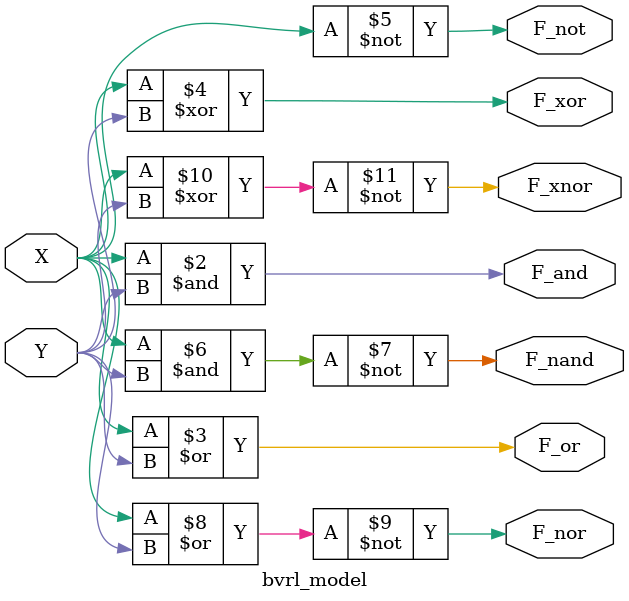
<source format=v>
module bvrl_model(
    input X, Y,
    output reg F_and,
    output reg F_or,
    output reg F_xor,
    output reg F_not,
    output reg F_nand,
    output reg F_nor,
    output reg F_xnor);
    always@(*)
        begin
            F_and = X&Y;
            F_or = X|Y;
	    F_xor = X^Y;
            F_not = ~X;
            F_nand = ~(X&Y);
            F_nor = ~(X|Y);
            F_xnor = ~(X^Y);
        end 
endmodule 

</source>
